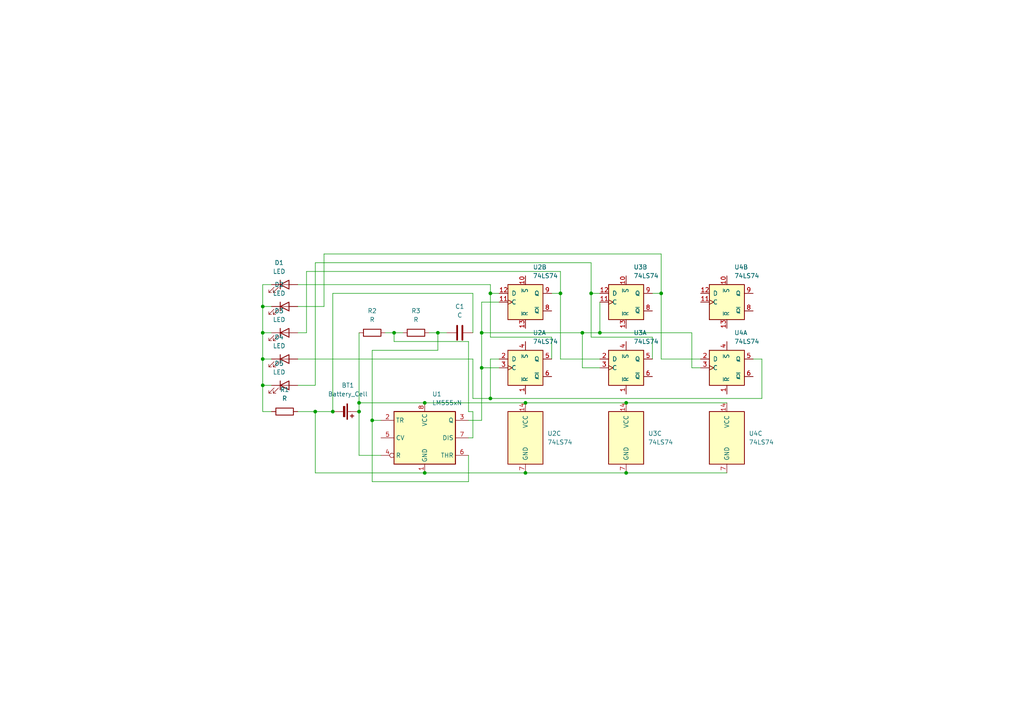
<source format=kicad_sch>
(kicad_sch (version 20250114) (generator "eeschema") (generator_version "9.0")
  (paper "A4")
  (lib_symbols
    (symbol "74xx:74LS74" (pin_names (offset 1.016))
      (property "Reference" "U" (at -7.62 8.89 0))
      (property "Value" "74LS74" (at -7.62 -8.89 0))
      (symbol "74LS74_1_0"
        (pin input line (at -7.62 2.54 0) (length 2.54) (name "D") (number "2"))
        (pin input clock (at -7.62 0 0) (length 2.54) (name "C") (number "3"))
        (pin input line (at 0 7.62 270) (length 2.54) (name "~{S}") (number "4"))
        (pin input line (at 0 -7.62 90) (length 2.54) (name "~{R}") (number "1"))
        (pin output line (at 7.62 2.54 180) (length 2.54) (name "Q") (number "5"))
        (pin output line (at 7.62 -2.54 180) (length 2.54) (name "~{Q}") (number "6"))
      )
      (symbol "74LS74_1_1"
        (rectangle (start -5.08 5.08) (end 5.08 -5.08) (stroke (width 0.254)) (fill (type background)))
      )
      (symbol "74LS74_2_0"
        (pin input line (at -7.62 2.54 0) (length 2.54) (name "D") (number "12"))
        (pin input clock (at -7.62 0 0) (length 2.54) (name "C") (number "11"))
        (pin input line (at 0 7.62 270) (length 2.54) (name "~{S}") (number "10"))
        (pin input line (at 0 -7.62 90) (length 2.54) (name "~{R}") (number "13"))
        (pin output line (at 7.62 2.54 180) (length 2.54) (name "Q") (number "9"))
        (pin output line (at 7.62 -2.54 180) (length 2.54) (name "~{Q}") (number "8"))
      )
      (symbol "74LS74_2_1"
        (rectangle (start -5.08 5.08) (end 5.08 -5.08) (stroke (width 0.254)) (fill (type background)))
      )
      (symbol "74LS74_3_0"
        (pin power_in line (at 0 10.16 270) (length 2.54) (name "VCC") (number "14"))
        (pin power_in line (at 0 -10.16 90) (length 2.54) (name "GND") (number "7"))
      )
      (symbol "74LS74_3_1"
        (rectangle (start -5.08 7.62) (end 5.08 -7.62) (stroke (width 0.254)) (fill (type background)))
      )
    )
    (symbol "Device:Battery_Cell" (pin_numbers (hide yes)) (pin_names (offset 0) (hide yes))
      (property "Reference" "BT" (at 2.54 2.54 0))
      (property "Value" "Battery_Cell" (at 2.54 0 0))
      (symbol "Battery_Cell_0_1"
        (rectangle (start -2.286 1.778) (end 2.286 1.524) (fill (type outline)))
        (rectangle (start -1.524 1.016) (end 1.524 0.508) (fill (type outline)))
        (polyline (pts (xy 0 1.778) (xy 0 2.54)))
        (polyline (pts (xy 0 0.762) (xy 0 0)))
        (polyline (pts (xy 0.762 3.048) (xy 1.778 3.048)) (stroke (width 0.254)))
        (polyline (pts (xy 1.27 3.556) (xy 1.27 2.54)) (stroke (width 0.254)))
      )
      (symbol "Battery_Cell_1_1"
        (pin passive line (at 0 5.08 270) (length 2.54) (name "+") (number "1"))
        (pin passive line (at 0 -2.54 90) (length 2.54) (name "-") (number "2"))
      )
    )
    (symbol "Device:C" (pin_numbers (hide yes)) (pin_names (offset 0.254))
      (property "Reference" "C" (at 0.635 2.54 0))
      (property "Value" "C" (at 0.635 -2.54 0))
      (symbol "C_0_1"
        (polyline (pts (xy -2.032 0.762) (xy 2.032 0.762)) (stroke (width 0.508)))
        (polyline (pts (xy -2.032 -0.762) (xy 2.032 -0.762)) (stroke (width 0.508)))
      )
      (symbol "C_1_1"
        (pin passive line (at 0 3.81 270) (length 2.794) (name "~") (number "1"))
        (pin passive line (at 0 -3.81 90) (length 2.794) (name "~") (number "2"))
      )
    )
    (symbol "Device:LED" (pin_numbers (hide yes)) (pin_names (offset 1.016) (hide yes))
      (property "Reference" "D" (at 0 2.54 0))
      (property "Value" "LED" (at 0 -2.54 0))
      (symbol "LED_0_1"
        (polyline (pts (xy -3.048 -0.762) (xy -4.572 -2.286) (xy -3.81 -2.286) (xy -4.572 -2.286) (xy -4.572 -1.524)))
        (polyline (pts (xy -1.778 -0.762) (xy -3.302 -2.286) (xy -2.54 -2.286) (xy -3.302 -2.286) (xy -3.302 -1.524)))
        (polyline (pts (xy -1.27 0) (xy 1.27 0)))
        (polyline (pts (xy -1.27 -1.27) (xy -1.27 1.27)) (stroke (width 0.254)))
        (polyline (pts (xy 1.27 -1.27) (xy 1.27 1.27) (xy -1.27 0) (xy 1.27 -1.27)) (stroke (width 0.254)))
      )
      (symbol "LED_1_1"
        (pin passive line (at -3.81 0 0) (length 2.54) (name "K") (number "1"))
        (pin passive line (at 3.81 0 180) (length 2.54) (name "A") (number "2"))
      )
    )
    (symbol "Device:R" (pin_numbers (hide yes)) (pin_names (offset 0))
      (property "Reference" "R" (at 2.032 0 90))
      (property "Value" "R" (at 0 0 90))
      (symbol "R_0_1"
        (rectangle (start -1.016 -2.54) (end 1.016 2.54) (stroke (width 0.254)))
      )
      (symbol "R_1_1"
        (pin passive line (at 0 3.81 270) (length 1.27) (name "~") (number "1"))
        (pin passive line (at 0 -3.81 90) (length 1.27) (name "~") (number "2"))
      )
    )
    (symbol "Timer:LM555xN"
      (property "Reference" "U" (at -10.16 8.89 0))
      (property "Value" "LM555xN" (at 2.54 8.89 0))
      (symbol "LM555xN_0_0"
        (pin power_in line (at 0 10.16 270) (length 2.54) (name "VCC") (number "8"))
        (pin power_in line (at 0 -10.16 90) (length 2.54) (name "GND") (number "1"))
      )
      (symbol "LM555xN_0_1"
        (rectangle (start -8.89 -7.62) (end 8.89 7.62) (stroke (width 0.254)) (fill (type background)))
        (rectangle (start -8.89 -7.62) (end 8.89 7.62) (stroke (width 0.254)) (fill (type background)))
      )
      (symbol "LM555xN_1_1"
        (pin input line (at -12.7 5.08 0) (length 3.81) (name "TR") (number "2"))
        (pin input line (at -12.7 0 0) (length 3.81) (name "CV") (number "5"))
        (pin input inverted (at -12.7 -5.08 0) (length 3.81) (name "R") (number "4"))
        (pin output line (at 12.7 5.08 180) (length 3.81) (name "Q") (number "3"))
        (pin input line (at 12.7 0 180) (length 3.81) (name "DIS") (number "7"))
        (pin input line (at 12.7 -5.08 180) (length 3.81) (name "THR") (number "6"))
      )
    )
  )
  (junction (at 139.7 106.68))
  (junction (at 152.4 116.84))
  (junction (at 104.14 119.38))
  (junction (at 76.2 104.14))
  (junction (at 127 96.52))
  (junction (at 139.7 96.52))
  (junction (at 168.91 96.52))
  (junction (at 76.2 96.52))
  (junction (at 191.77 85.09))
  (junction (at 181.61 137.16))
  (junction (at 173.99 96.52))
  (junction (at 152.4 137.16))
  (junction (at 171.45 85.09))
  (junction (at 104.14 116.84))
  (junction (at 114.3 96.52))
  (junction (at 162.56 85.09))
  (junction (at 107.95 121.92))
  (junction (at 91.44 119.38))
  (junction (at 142.24 85.09))
  (junction (at 142.24 115.57))
  (junction (at 181.61 116.84))
  (junction (at 123.19 137.16))
  (junction (at 123.19 116.84))
  (junction (at 96.52 119.38))
  (junction (at 76.2 111.76))
  (junction (at 76.2 88.9))
  (wire (pts (xy 86.36 96.52) (xy 88.9 96.52)))
  (wire (pts (xy 142.24 85.09) (xy 144.78 85.09)))
  (wire (pts (xy 135.89 99.06) (xy 114.3 99.06)))
  (wire (pts (xy 200.66 96.52) (xy 173.99 96.52)))
  (wire (pts (xy 93.98 88.9) (xy 93.98 73.66)))
  (wire (pts (xy 88.9 96.52) (xy 88.9 78.74)))
  (wire (pts (xy 160.02 104.14) (xy 160.02 97.79)))
  (wire (pts (xy 139.7 96.52) (xy 139.7 87.63)))
  (wire (pts (xy 181.61 137.16) (xy 210.82 137.16)))
  (wire (pts (xy 127 101.6) (xy 127 96.52)))
  (wire (pts (xy 203.2 106.68) (xy 200.66 106.68)))
  (wire (pts (xy 189.23 104.14) (xy 189.23 97.79)))
  (wire (pts (xy 173.99 106.68) (xy 168.91 106.68)))
  (wire (pts (xy 162.56 85.09) (xy 162.56 104.14)))
  (wire (pts (xy 76.2 82.55) (xy 76.2 88.9)))
  (wire (pts (xy 86.36 111.76) (xy 91.44 111.76)))
  (wire (pts (xy 76.2 96.52) (xy 76.2 104.14)))
  (wire (pts (xy 200.66 106.68) (xy 200.66 96.52)))
  (wire (pts (xy 191.77 85.09) (xy 191.77 104.14)))
  (wire (pts (xy 142.24 104.14) (xy 142.24 115.57)))
  (wire (pts (xy 171.45 76.2) (xy 171.45 85.09)))
  (wire (pts (xy 137.16 104.14) (xy 137.16 115.57)))
  (wire (pts (xy 91.44 137.16) (xy 91.44 119.38)))
  (wire (pts (xy 191.77 104.14) (xy 203.2 104.14)))
  (wire (pts (xy 135.89 121.92) (xy 139.7 121.92)))
  (wire (pts (xy 78.74 88.9) (xy 76.2 88.9)))
  (wire (pts (xy 86.36 104.14) (xy 137.16 104.14)))
  (wire (pts (xy 91.44 119.38) (xy 96.52 119.38)))
  (wire (pts (xy 135.89 127) (xy 137.16 127)))
  (wire (pts (xy 135.89 139.7) (xy 107.95 139.7)))
  (wire (pts (xy 86.36 119.38) (xy 91.44 119.38)))
  (wire (pts (xy 86.36 82.55) (xy 142.24 82.55)))
  (wire (pts (xy 78.74 82.55) (xy 76.2 82.55)))
  (wire (pts (xy 162.56 104.14) (xy 173.99 104.14)))
  (wire (pts (xy 142.24 82.55) (xy 142.24 85.09)))
  (wire (pts (xy 96.52 85.09) (xy 96.52 119.38)))
  (wire (pts (xy 218.44 104.14) (xy 220.98 104.14)))
  (wire (pts (xy 220.98 104.14) (xy 220.98 115.57)))
  (wire (pts (xy 104.14 116.84) (xy 123.19 116.84)))
  (wire (pts (xy 142.24 104.14) (xy 144.78 104.14)))
  (wire (pts (xy 123.19 137.16) (xy 91.44 137.16)))
  (wire (pts (xy 88.9 78.74) (xy 162.56 78.74)))
  (wire (pts (xy 124.46 96.52) (xy 127 96.52)))
  (wire (pts (xy 137.16 127) (xy 137.16 119.38)))
  (wire (pts (xy 127 96.52) (xy 129.54 96.52)))
  (wire (pts (xy 137.16 119.38) (xy 135.89 119.38)))
  (wire (pts (xy 168.91 96.52) (xy 168.91 106.68)))
  (wire (pts (xy 152.4 116.84) (xy 181.61 116.84)))
  (wire (pts (xy 135.89 119.38) (xy 135.89 99.06)))
  (wire (pts (xy 91.44 76.2) (xy 171.45 76.2)))
  (wire (pts (xy 171.45 97.79) (xy 171.45 85.09)))
  (wire (pts (xy 135.89 132.08) (xy 135.89 139.7)))
  (wire (pts (xy 76.2 111.76) (xy 76.2 119.38)))
  (wire (pts (xy 78.74 96.52) (xy 76.2 96.52)))
  (wire (pts (xy 191.77 73.66) (xy 191.77 85.09)))
  (wire (pts (xy 123.19 137.16) (xy 152.4 137.16)))
  (wire (pts (xy 137.16 85.09) (xy 96.52 85.09)))
  (wire (pts (xy 104.14 96.52) (xy 104.14 116.84)))
  (wire (pts (xy 86.36 88.9) (xy 93.98 88.9)))
  (wire (pts (xy 139.7 87.63) (xy 144.78 87.63)))
  (wire (pts (xy 160.02 97.79) (xy 142.24 97.79)))
  (wire (pts (xy 160.02 85.09) (xy 162.56 85.09)))
  (wire (pts (xy 104.14 132.08) (xy 104.14 119.38)))
  (wire (pts (xy 123.19 116.84) (xy 152.4 116.84)))
  (wire (pts (xy 162.56 78.74) (xy 162.56 85.09)))
  (wire (pts (xy 220.98 115.57) (xy 142.24 115.57)))
  (wire (pts (xy 144.78 106.68) (xy 139.7 106.68)))
  (wire (pts (xy 76.2 119.38) (xy 78.74 119.38)))
  (wire (pts (xy 142.24 97.79) (xy 142.24 85.09)))
  (wire (pts (xy 168.91 96.52) (xy 139.7 96.52)))
  (wire (pts (xy 137.16 96.52) (xy 137.16 85.09)))
  (wire (pts (xy 173.99 96.52) (xy 168.91 96.52)))
  (wire (pts (xy 93.98 73.66) (xy 191.77 73.66)))
  (wire (pts (xy 189.23 97.79) (xy 171.45 97.79)))
  (wire (pts (xy 189.23 85.09) (xy 191.77 85.09)))
  (wire (pts (xy 107.95 101.6) (xy 127 101.6)))
  (wire (pts (xy 139.7 121.92) (xy 139.7 106.68)))
  (wire (pts (xy 173.99 87.63) (xy 173.99 96.52)))
  (wire (pts (xy 111.76 96.52) (xy 114.3 96.52)))
  (wire (pts (xy 107.95 101.6) (xy 107.95 121.92)))
  (wire (pts (xy 181.61 116.84) (xy 210.82 116.84)))
  (wire (pts (xy 91.44 111.76) (xy 91.44 76.2)))
  (wire (pts (xy 104.14 119.38) (xy 104.14 116.84)))
  (wire (pts (xy 78.74 111.76) (xy 76.2 111.76)))
  (wire (pts (xy 114.3 99.06) (xy 114.3 96.52)))
  (wire (pts (xy 76.2 88.9) (xy 76.2 96.52)))
  (wire (pts (xy 107.95 121.92) (xy 107.95 139.7)))
  (wire (pts (xy 152.4 137.16) (xy 181.61 137.16)))
  (wire (pts (xy 76.2 104.14) (xy 76.2 111.76)))
  (wire (pts (xy 78.74 104.14) (xy 76.2 104.14)))
  (wire (pts (xy 107.95 121.92) (xy 110.49 121.92)))
  (wire (pts (xy 139.7 106.68) (xy 139.7 96.52)))
  (wire (pts (xy 114.3 96.52) (xy 116.84 96.52)))
  (wire (pts (xy 137.16 115.57) (xy 142.24 115.57)))
  (wire (pts (xy 110.49 132.08) (xy 104.14 132.08)))
  (wire (pts (xy 171.45 85.09) (xy 173.99 85.09)))
  (symbol (lib_id "74xx:74LS74") (at 210.82 87.63 0) (unit 2)
    (property "Reference" "U4" (at 212.9633 77.47 0) (effects (justify left)))
    (property "Value" "74LS74" (at 212.9633 80.01 0) (effects (justify left)))
    (property "Footprint" "Package_DIP:DIP-14_W7.62mm" (effects (hide yes)))
    (property "Datasheet" "74xx/74hc_hct74.pdf" (effects (hide yes)))
    (property "Description" "Dual D Flip-flop, Set & Reset" (effects (hide yes)))
  )
  (symbol (lib_id "Device:LED") (at 82.55 96.52 0) (unit 1)
    (property "Reference" "D3" (at 80.9625 90.17 0))
    (property "Value" "LED" (at 80.9625 92.71 0))
    (property "Footprint" "LED_THT:LED_D5.0mm" (effects (hide yes)))
    (property "Description" "Light emitting diode" (effects (hide yes)))
    (property "Sim.Pins" "1=K 2=A" (effects (hide yes)))
  )
  (symbol (lib_id "Device:R") (at 82.55 119.38 90) (unit 1)
    (property "Reference" "R1" (at 82.55 113.03 90))
    (property "Value" "R" (at 82.55 115.57 90))
    (property "Footprint" "Resistor_THT:R_Axial_DIN0207_L6.3mm_D2.5mm_P7.62mm_Horizontal" (effects (hide yes)))
    (property "Description" "Resistor" (effects (hide yes)))
  )
  (symbol (lib_id "74xx:74LS74") (at 181.61 106.68 0) (unit 1)
    (property "Reference" "U3" (at 183.7533 96.52 0) (effects (justify left)))
    (property "Value" "74LS74" (at 183.7533 99.06 0) (effects (justify left)))
    (property "Footprint" "Package_DIP:DIP-14_W7.62mm" (effects (hide yes)))
    (property "Datasheet" "74xx/74hc_hct74.pdf" (effects (hide yes)))
    (property "Description" "Dual D Flip-flop, Set & Reset" (effects (hide yes)))
  )
  (symbol (lib_id "74xx:74LS74") (at 210.82 127 0) (unit 3)
    (property "Reference" "U4" (at 217.17 125.7299 0) (effects (justify left)))
    (property "Value" "74LS74" (at 217.17 128.2699 0) (effects (justify left)))
    (property "Footprint" "Package_DIP:DIP-14_W7.62mm" (effects (hide yes)))
    (property "Datasheet" "74xx/74hc_hct74.pdf" (effects (hide yes)))
    (property "Description" "Dual D Flip-flop, Set & Reset" (effects (hide yes)))
  )
  (symbol (lib_id "Device:R") (at 107.95 96.52 90) (unit 1)
    (property "Reference" "R2" (at 107.95 90.17 90))
    (property "Value" "R" (at 107.95 92.71 90))
    (property "Footprint" "Resistor_THT:R_Axial_DIN0207_L6.3mm_D2.5mm_P7.62mm_Horizontal" (effects (hide yes)))
    (property "Description" "Resistor" (effects (hide yes)))
  )
  (symbol (lib_id "74xx:74LS74") (at 210.82 106.68 0) (unit 1)
    (property "Reference" "U4" (at 212.9633 96.52 0) (effects (justify left)))
    (property "Value" "74LS74" (at 212.9633 99.06 0) (effects (justify left)))
    (property "Footprint" "Package_DIP:DIP-14_W7.62mm" (effects (hide yes)))
    (property "Datasheet" "74xx/74hc_hct74.pdf" (effects (hide yes)))
    (property "Description" "Dual D Flip-flop, Set & Reset" (effects (hide yes)))
  )
  (symbol (lib_id "Timer:LM555xN") (at 123.19 127 0) (unit 1)
    (property "Reference" "U1" (at 125.3333 114.3 0) (effects (justify left)))
    (property "Value" "LM555xN" (at 125.3333 116.84 0) (effects (justify left)))
    (property "Footprint" "Package_DIP:DIP-8_W7.62mm" (effects (hide yes)))
    (property "Datasheet" "http://www.ti.com/lit/ds/symlink/lm555.pdf" (effects (hide yes)))
    (property "Description" "Timer, 555 compatible, PDIP-8" (effects (hide yes)))
  )
  (symbol (lib_id "Device:LED") (at 82.55 111.76 0) (unit 1)
    (property "Reference" "D5" (at 80.9625 105.41 0))
    (property "Value" "LED" (at 80.9625 107.95 0))
    (property "Footprint" "LED_THT:LED_D5.0mm" (effects (hide yes)))
    (property "Description" "Light emitting diode" (effects (hide yes)))
    (property "Sim.Pins" "1=K 2=A" (effects (hide yes)))
  )
  (symbol (lib_id "Device:LED") (at 82.55 88.9 0) (unit 1)
    (property "Reference" "D2" (at 80.9625 82.55 0))
    (property "Value" "LED" (at 80.9625 85.09 0))
    (property "Footprint" "LED_THT:LED_D5.0mm" (effects (hide yes)))
    (property "Description" "Light emitting diode" (effects (hide yes)))
    (property "Sim.Pins" "1=K 2=A" (effects (hide yes)))
  )
  (symbol (lib_id "74xx:74LS74") (at 152.4 127 0) (unit 3)
    (property "Reference" "U2" (at 158.75 125.7299 0) (effects (justify left)))
    (property "Value" "74LS74" (at 158.75 128.2699 0) (effects (justify left)))
    (property "Footprint" "Package_DIP:DIP-14_W7.62mm" (effects (hide yes)))
    (property "Datasheet" "74xx/74hc_hct74.pdf" (effects (hide yes)))
    (property "Description" "Dual D Flip-flop, Set & Reset" (effects (hide yes)))
  )
  (symbol (lib_id "74xx:74LS74") (at 152.4 87.63 0) (unit 2)
    (property "Reference" "U2" (at 154.5433 77.47 0) (effects (justify left)))
    (property "Value" "74LS74" (at 154.5433 80.01 0) (effects (justify left)))
    (property "Footprint" "Package_DIP:DIP-14_W7.62mm" (effects (hide yes)))
    (property "Datasheet" "74xx/74hc_hct74.pdf" (effects (hide yes)))
    (property "Description" "Dual D Flip-flop, Set & Reset" (effects (hide yes)))
  )
  (symbol (lib_id "Device:LED") (at 82.55 104.14 0) (unit 1)
    (property "Reference" "D4" (at 80.9625 97.79 0))
    (property "Value" "LED" (at 80.9625 100.33 0))
    (property "Footprint" "LED_THT:LED_D5.0mm" (effects (hide yes)))
    (property "Description" "Light emitting diode" (effects (hide yes)))
    (property "Sim.Pins" "1=K 2=A" (effects (hide yes)))
  )
  (symbol (lib_id "74xx:74LS74") (at 181.61 87.63 0) (unit 2)
    (property "Reference" "U3" (at 183.7533 77.47 0) (effects (justify left)))
    (property "Value" "74LS74" (at 183.7533 80.01 0) (effects (justify left)))
    (property "Footprint" "Package_DIP:DIP-14_W7.62mm" (effects (hide yes)))
    (property "Datasheet" "74xx/74hc_hct74.pdf" (effects (hide yes)))
    (property "Description" "Dual D Flip-flop, Set & Reset" (effects (hide yes)))
  )
  (symbol (lib_id "74xx:74LS74") (at 181.61 127 0) (unit 3)
    (property "Reference" "U3" (at 187.96 125.7299 0) (effects (justify left)))
    (property "Value" "74LS74" (at 187.96 128.2699 0) (effects (justify left)))
    (property "Footprint" "Package_DIP:DIP-14_W7.62mm" (effects (hide yes)))
    (property "Datasheet" "74xx/74hc_hct74.pdf" (effects (hide yes)))
    (property "Description" "Dual D Flip-flop, Set & Reset" (effects (hide yes)))
  )
  (symbol (lib_id "74xx:74LS74") (at 152.4 106.68 0) (unit 1)
    (property "Reference" "U2" (at 154.5433 96.52 0) (effects (justify left)))
    (property "Value" "74LS74" (at 154.5433 99.06 0) (effects (justify left)))
    (property "Footprint" "Package_DIP:DIP-14_W7.62mm" (effects (hide yes)))
    (property "Datasheet" "74xx/74hc_hct74.pdf" (effects (hide yes)))
    (property "Description" "Dual D Flip-flop, Set & Reset" (effects (hide yes)))
  )
  (symbol (lib_id "Device:LED") (at 82.55 82.55 0) (unit 1)
    (property "Reference" "D1" (at 80.9625 76.2 0))
    (property "Value" "LED" (at 80.9625 78.74 0))
    (property "Footprint" "LED_THT:LED_D5.0mm" (effects (hide yes)))
    (property "Description" "Light emitting diode" (effects (hide yes)))
    (property "Sim.Pins" "1=K 2=A" (effects (hide yes)))
  )
  (symbol (lib_id "Device:C") (at 133.35 96.52 90) (unit 1)
    (property "Reference" "C1" (at 133.35 88.9 90))
    (property "Value" "C" (at 133.35 91.44 90))
    (property "Footprint" "Capacitor_THT:CP_Radial_D8.0mm_P5.00mm" (effects (hide yes)))
    (property "Description" "Unpolarized capacitor" (effects (hide yes)))
  )
  (symbol (lib_id "Device:Battery_Cell") (at 99.06 119.38 270) (unit 1)
    (property "Reference" "BT1" (at 100.9015 111.76 90))
    (property "Value" "Battery_Cell" (at 100.9015 114.3 90))
    (property "Footprint" "Battery:BatteryHolder_Keystone_3034_1x20mm" (effects (hide yes)))
    (property "Description" "Single-cell battery" (effects (hide yes)))
  )
  (symbol (lib_id "Device:R") (at 120.65 96.52 90) (unit 1)
    (property "Reference" "R3" (at 120.65 90.17 90))
    (property "Value" "R" (at 120.65 92.71 90))
    (property "Footprint" "Resistor_THT:R_Axial_DIN0207_L6.3mm_D2.5mm_P7.62mm_Horizontal" (effects (hide yes)))
    (property "Description" "Resistor" (effects (hide yes)))
  )
)
</source>
